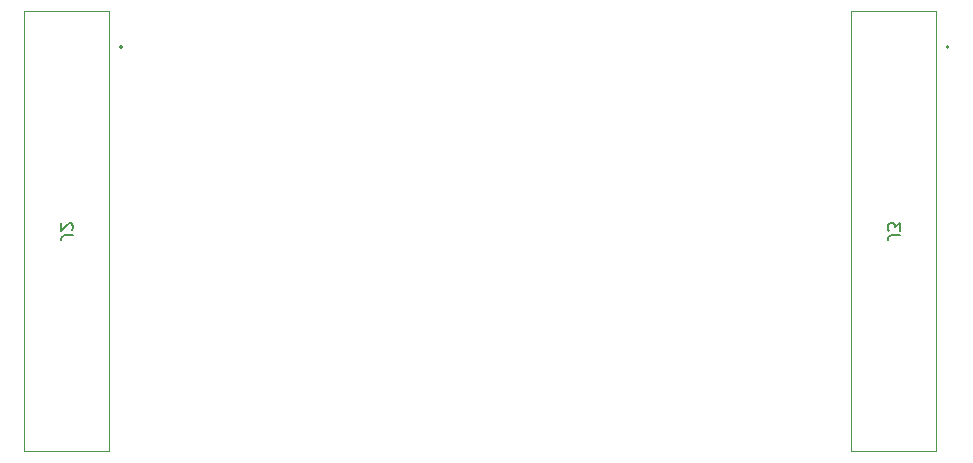
<source format=gbr>
G04 #@! TF.GenerationSoftware,KiCad,Pcbnew,9.0.0*
G04 #@! TF.CreationDate,2025-04-07T23:04:34+01:00*
G04 #@! TF.ProjectId,ephys-test-module-128,65706879-732d-4746-9573-742d6d6f6475,A*
G04 #@! TF.SameCoordinates,Original*
G04 #@! TF.FileFunction,AssemblyDrawing,Bot*
%FSLAX46Y46*%
G04 Gerber Fmt 4.6, Leading zero omitted, Abs format (unit mm)*
G04 Created by KiCad (PCBNEW 9.0.0) date 2025-04-07 23:04:34*
%MOMM*%
%LPD*%
G01*
G04 APERTURE LIST*
%ADD10C,0.150000*%
%ADD11C,0.100000*%
%ADD12C,0.200000*%
G04 APERTURE END LIST*
D10*
X121295180Y-100333333D02*
X120580895Y-100333333D01*
X120580895Y-100333333D02*
X120438038Y-100380952D01*
X120438038Y-100380952D02*
X120342800Y-100476190D01*
X120342800Y-100476190D02*
X120295180Y-100619047D01*
X120295180Y-100619047D02*
X120295180Y-100714285D01*
X121199942Y-99904761D02*
X121247561Y-99857142D01*
X121247561Y-99857142D02*
X121295180Y-99761904D01*
X121295180Y-99761904D02*
X121295180Y-99523809D01*
X121295180Y-99523809D02*
X121247561Y-99428571D01*
X121247561Y-99428571D02*
X121199942Y-99380952D01*
X121199942Y-99380952D02*
X121104704Y-99333333D01*
X121104704Y-99333333D02*
X121009466Y-99333333D01*
X121009466Y-99333333D02*
X120866609Y-99380952D01*
X120866609Y-99380952D02*
X120295180Y-99952380D01*
X120295180Y-99952380D02*
X120295180Y-99333333D01*
X191295930Y-100333333D02*
X190581645Y-100333333D01*
X190581645Y-100333333D02*
X190438788Y-100380952D01*
X190438788Y-100380952D02*
X190343550Y-100476190D01*
X190343550Y-100476190D02*
X190295930Y-100619047D01*
X190295930Y-100619047D02*
X190295930Y-100714285D01*
X191295930Y-99952380D02*
X191295930Y-99333333D01*
X191295930Y-99333333D02*
X190914978Y-99666666D01*
X190914978Y-99666666D02*
X190914978Y-99523809D01*
X190914978Y-99523809D02*
X190867359Y-99428571D01*
X190867359Y-99428571D02*
X190819740Y-99380952D01*
X190819740Y-99380952D02*
X190724502Y-99333333D01*
X190724502Y-99333333D02*
X190486407Y-99333333D01*
X190486407Y-99333333D02*
X190391169Y-99380952D01*
X190391169Y-99380952D02*
X190343550Y-99428571D01*
X190343550Y-99428571D02*
X190295930Y-99523809D01*
X190295930Y-99523809D02*
X190295930Y-99809523D01*
X190295930Y-99809523D02*
X190343550Y-99904761D01*
X190343550Y-99904761D02*
X190391169Y-99952380D01*
D11*
G04 #@! TO.C,J2*
X117130500Y-81365000D02*
X124369500Y-81365000D01*
X117130500Y-118635000D02*
X117130500Y-81365000D01*
X124369500Y-81365000D02*
X124369500Y-118635000D01*
X124369500Y-118635000D02*
X117130500Y-118635000D01*
D12*
X125450000Y-84400000D02*
G75*
G02*
X125250000Y-84400000I-100000J0D01*
G01*
X125250000Y-84400000D02*
G75*
G02*
X125450000Y-84400000I100000J0D01*
G01*
D11*
G04 #@! TO.C,J3*
X187131250Y-81365000D02*
X194370250Y-81365000D01*
X187131250Y-118635000D02*
X187131250Y-81365000D01*
X194370250Y-81365000D02*
X194370250Y-118635000D01*
X194370250Y-118635000D02*
X187131250Y-118635000D01*
D12*
X195450750Y-84400000D02*
G75*
G02*
X195250750Y-84400000I-100000J0D01*
G01*
X195250750Y-84400000D02*
G75*
G02*
X195450750Y-84400000I100000J0D01*
G01*
G04 #@! TD*
M02*

</source>
